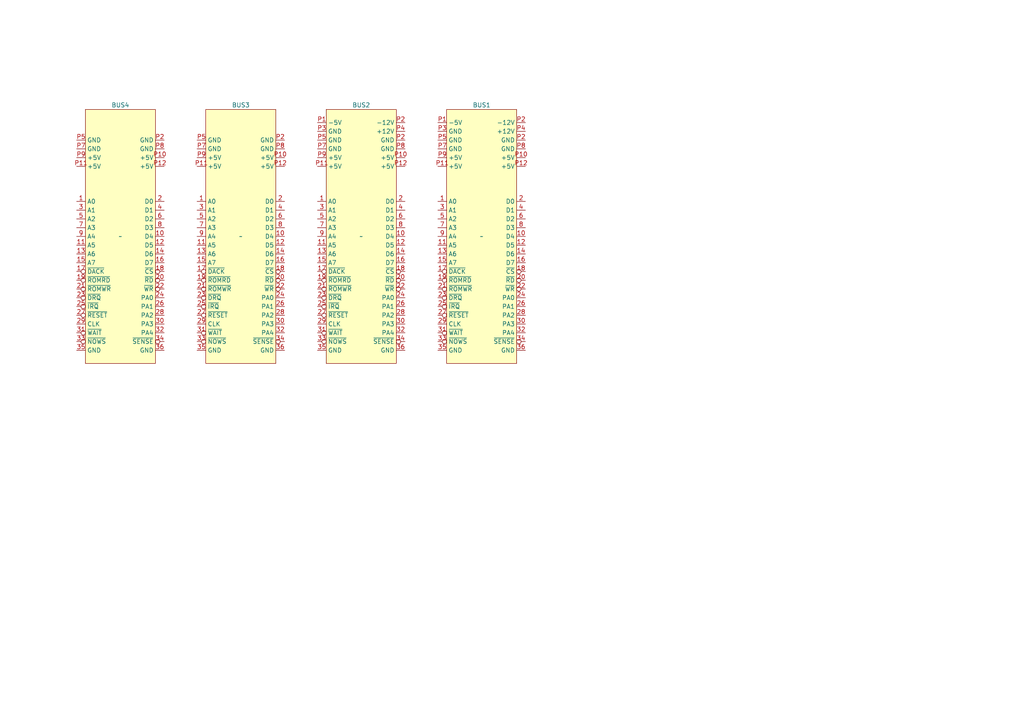
<source format=kicad_sch>
(kicad_sch (version 20230121) (generator eeschema)
  (paper "A4")
  (lib_symbols
    (symbol "New_Library:Bus_HEC"
      (property "Reference" "BUS" (at 0 -39.37 0))
      (symbol "Bus_HEC_1_1"
        (rectangle (start -10.16 36.83) (end 10.16 -36.83) (fill (type background)))
        (pin tri_state line (at -12.7 10.16 0) (length 2.54) (name "A0") (number "1"))
        (pin tri_state line (at 12.7 0 180) (length 2.54) (name "D4") (number "10"))
        (pin tri_state line (at -12.7 -2.54 0) (length 2.54) (name "A5") (number "11"))
        (pin tri_state line (at 12.7 -2.54 180) (length 2.54) (name "D5") (number "12"))
        (pin tri_state line (at -12.7 -5.08 0) (length 2.54) (name "A6") (number "13"))
        (pin tri_state line (at 12.7 -5.08 180) (length 2.54) (name "D6") (number "14"))
        (pin tri_state line (at -12.7 -7.62 0) (length 2.54) (name "A7") (number "15"))
        (pin tri_state line (at 12.7 -7.62 180) (length 2.54) (name "D7") (number "16"))
        (pin input inverted (at -12.7 -10.16 0) (length 2.54) (name "~{DACK}") (number "17"))
        (pin input inverted (at 12.7 -10.16 180) (length 2.54) (name "~{CS}") (number "18"))
        (pin input inverted (at -12.7 -12.7 0) (length 2.54) (name "~{ROMRD}") (number "19"))
        (pin tri_state line (at 12.7 10.16 180) (length 2.54) (name "D0") (number "2"))
        (pin tri_state inverted (at 12.7 -12.7 180) (length 2.54) (name "~{RD}") (number "20"))
        (pin output inverted (at -12.7 -15.24 0) (length 2.54) (name "~{ROMWR}") (number "21"))
        (pin tri_state inverted (at 12.7 -15.24 180) (length 2.54) (name "~{WR}") (number "22"))
        (pin output inverted (at -12.7 -17.78 0) (length 2.54) (name "~{DRQ}") (number "23"))
        (pin tri_state line (at 12.7 -17.78 180) (length 2.54) (name "PA0") (number "24"))
        (pin output inverted (at -12.7 -20.32 0) (length 2.54) (name "~{IRQ}") (number "25"))
        (pin tri_state line (at 12.7 -20.32 180) (length 2.54) (name "PA1") (number "26"))
        (pin input inverted (at -12.7 -22.86 0) (length 2.54) (name "~{RESET}") (number "27"))
        (pin tri_state line (at 12.7 -22.86 180) (length 2.54) (name "PA2") (number "28"))
        (pin input line (at -12.7 -25.4 0) (length 2.54) (name "CLK") (number "29"))
        (pin tri_state line (at -12.7 7.62 0) (length 2.54) (name "A1") (number "3"))
        (pin tri_state line (at 12.7 -25.4 180) (length 2.54) (name "PA3") (number "30"))
        (pin output inverted (at -12.7 -27.94 0) (length 2.54) (name "~{WAIT}") (number "31"))
        (pin tri_state line (at 12.7 -27.94 180) (length 2.54) (name "PA4") (number "32"))
        (pin output inverted (at -12.7 -30.48 0) (length 2.54) (name "~{NOWS}") (number "33"))
        (pin output inverted (at 12.7 -30.48 180) (length 2.54) (name "~{SENSE}") (number "34"))
        (pin power_in line (at -12.7 -33.02 0) (length 2.54) (name "GND") (number "35"))
        (pin power_in line (at 12.7 -33.02 180) (length 2.54) (name "GND") (number "36"))
        (pin tri_state line (at 12.7 7.62 180) (length 2.54) (name "D1") (number "4"))
        (pin tri_state line (at -12.7 5.08 0) (length 2.54) (name "A2") (number "5"))
        (pin tri_state line (at 12.7 5.08 180) (length 2.54) (name "D2") (number "6"))
        (pin tri_state line (at -12.7 2.54 0) (length 2.54) (name "A3") (number "7"))
        (pin tri_state line (at 12.7 2.54 180) (length 2.54) (name "D3") (number "8"))
        (pin tri_state line (at -12.7 0 0) (length 2.54) (name "A4") (number "9"))
        (pin power_in line (at -12.7 33.02 0) (length 2.54) (name "-5V") (number "P1"))
        (pin power_in line (at 12.7 22.86 180) (length 2.54) (name "+5V") (number "P10"))
        (pin power_in line (at -12.7 20.32 0) (length 2.54) (name "+5V") (number "P11"))
        (pin power_in line (at 12.7 20.32 180) (length 2.54) (name "+5V") (number "P12"))
        (pin power_in line (at 12.7 33.02 180) (length 2.54) (name "-12V") (number "P2"))
        (pin power_in line (at 12.7 27.94 180) (length 2.54) (name "GND") (number "P2"))
        (pin power_in line (at -12.7 30.48 0) (length 2.54) (name "GND") (number "P3"))
        (pin power_in line (at 12.7 30.48 180) (length 2.54) (name "+12V") (number "P4"))
        (pin power_in line (at -12.7 27.94 0) (length 2.54) (name "GND") (number "P5"))
        (pin power_in line (at -12.7 25.4 0) (length 2.54) (name "GND") (number "P7"))
        (pin power_in line (at 12.7 25.4 180) (length 2.54) (name "GND") (number "P8"))
        (pin power_in line (at -12.7 22.86 0) (length 2.54) (name "+5V") (number "P9"))
      )
    )
    (symbol "New_Library:Bus_HEC_5Vonly"
      (property "Reference" "BUS" (at 0 -39.37 0))
      (symbol "Bus_HEC_5Vonly_1_1"
        (rectangle (start -10.16 36.83) (end 10.16 -36.83) (fill (type background)))
        (pin tri_state line (at -12.7 10.16 0) (length 2.54) (name "A0") (number "1"))
        (pin tri_state line (at 12.7 0 180) (length 2.54) (name "D4") (number "10"))
        (pin tri_state line (at -12.7 -2.54 0) (length 2.54) (name "A5") (number "11"))
        (pin tri_state line (at 12.7 -2.54 180) (length 2.54) (name "D5") (number "12"))
        (pin tri_state line (at -12.7 -5.08 0) (length 2.54) (name "A6") (number "13"))
        (pin tri_state line (at 12.7 -5.08 180) (length 2.54) (name "D6") (number "14"))
        (pin tri_state line (at -12.7 -7.62 0) (length 2.54) (name "A7") (number "15"))
        (pin tri_state line (at 12.7 -7.62 180) (length 2.54) (name "D7") (number "16"))
        (pin input inverted (at -12.7 -10.16 0) (length 2.54) (name "~{DACK}") (number "17"))
        (pin input inverted (at 12.7 -10.16 180) (length 2.54) (name "~{CS}") (number "18"))
        (pin input inverted (at -12.7 -12.7 0) (length 2.54) (name "~{ROMRD}") (number "19"))
        (pin tri_state line (at 12.7 10.16 180) (length 2.54) (name "D0") (number "2"))
        (pin tri_state inverted (at 12.7 -12.7 180) (length 2.54) (name "~{RD}") (number "20"))
        (pin output inverted (at -12.7 -15.24 0) (length 2.54) (name "~{ROMWR}") (number "21"))
        (pin tri_state inverted (at 12.7 -15.24 180) (length 2.54) (name "~{WR}") (number "22"))
        (pin output inverted (at -12.7 -17.78 0) (length 2.54) (name "~{DRQ}") (number "23"))
        (pin tri_state line (at 12.7 -17.78 180) (length 2.54) (name "PA0") (number "24"))
        (pin output inverted (at -12.7 -20.32 0) (length 2.54) (name "~{IRQ}") (number "25"))
        (pin tri_state line (at 12.7 -20.32 180) (length 2.54) (name "PA1") (number "26"))
        (pin input inverted (at -12.7 -22.86 0) (length 2.54) (name "~{RESET}") (number "27"))
        (pin tri_state line (at 12.7 -22.86 180) (length 2.54) (name "PA2") (number "28"))
        (pin input line (at -12.7 -25.4 0) (length 2.54) (name "CLK") (number "29"))
        (pin tri_state line (at -12.7 7.62 0) (length 2.54) (name "A1") (number "3"))
        (pin tri_state line (at 12.7 -25.4 180) (length 2.54) (name "PA3") (number "30"))
        (pin output inverted (at -12.7 -27.94 0) (length 2.54) (name "~{WAIT}") (number "31"))
        (pin tri_state line (at 12.7 -27.94 180) (length 2.54) (name "PA4") (number "32"))
        (pin output inverted (at -12.7 -30.48 0) (length 2.54) (name "~{NOWS}") (number "33"))
        (pin output inverted (at 12.7 -30.48 180) (length 2.54) (name "~{SENSE}") (number "34"))
        (pin power_in line (at -12.7 -33.02 0) (length 2.54) (name "GND") (number "35"))
        (pin power_in line (at 12.7 -33.02 180) (length 2.54) (name "GND") (number "36"))
        (pin tri_state line (at 12.7 7.62 180) (length 2.54) (name "D1") (number "4"))
        (pin tri_state line (at -12.7 5.08 0) (length 2.54) (name "A2") (number "5"))
        (pin tri_state line (at 12.7 5.08 180) (length 2.54) (name "D2") (number "6"))
        (pin tri_state line (at -12.7 2.54 0) (length 2.54) (name "A3") (number "7"))
        (pin tri_state line (at 12.7 2.54 180) (length 2.54) (name "D3") (number "8"))
        (pin tri_state line (at -12.7 0 0) (length 2.54) (name "A4") (number "9"))
        (pin power_in line (at 12.7 22.86 180) (length 2.54) (name "+5V") (number "P10"))
        (pin power_in line (at -12.7 20.32 0) (length 2.54) (name "+5V") (number "P11"))
        (pin power_in line (at 12.7 20.32 180) (length 2.54) (name "+5V") (number "P12"))
        (pin power_in line (at 12.7 27.94 180) (length 2.54) (name "GND") (number "P2"))
        (pin power_in line (at -12.7 27.94 0) (length 2.54) (name "GND") (number "P5"))
        (pin power_in line (at -12.7 25.4 0) (length 2.54) (name "GND") (number "P7"))
        (pin power_in line (at 12.7 25.4 180) (length 2.54) (name "GND") (number "P8"))
        (pin power_in line (at -12.7 22.86 0) (length 2.54) (name "+5V") (number "P9"))
      )
    )
  )
  (symbol (lib_id "New_Library:Bus_HEC") (at 104.775 68.58 0) (unit 1)
    (property "Reference" "BUS2" (at 104.775 30.48 0))
    (property "Value" "~" (at 104.775 68.58 0))
  )
  (symbol (lib_id "New_Library:Bus_HEC_5Vonly") (at 34.925 68.58 0) (unit 1)
    (property "Reference" "BUS4" (at 34.925 30.48 0))
    (property "Value" "~" (at 34.925 68.58 0))
  )
  (symbol (lib_id "New_Library:Bus_HEC_5Vonly") (at 69.85 68.58 0) (unit 1)
    (property "Reference" "BUS3" (at 69.85 30.48 0))
    (property "Value" "~" (at 69.85 68.58 0))
  )
  (symbol (lib_id "New_Library:Bus_HEC") (at 139.7 68.58 0) (unit 1)
    (property "Reference" "BUS1" (at 139.7 30.48 0))
    (property "Value" "~" (at 139.7 68.58 0))
  )
)
</source>
